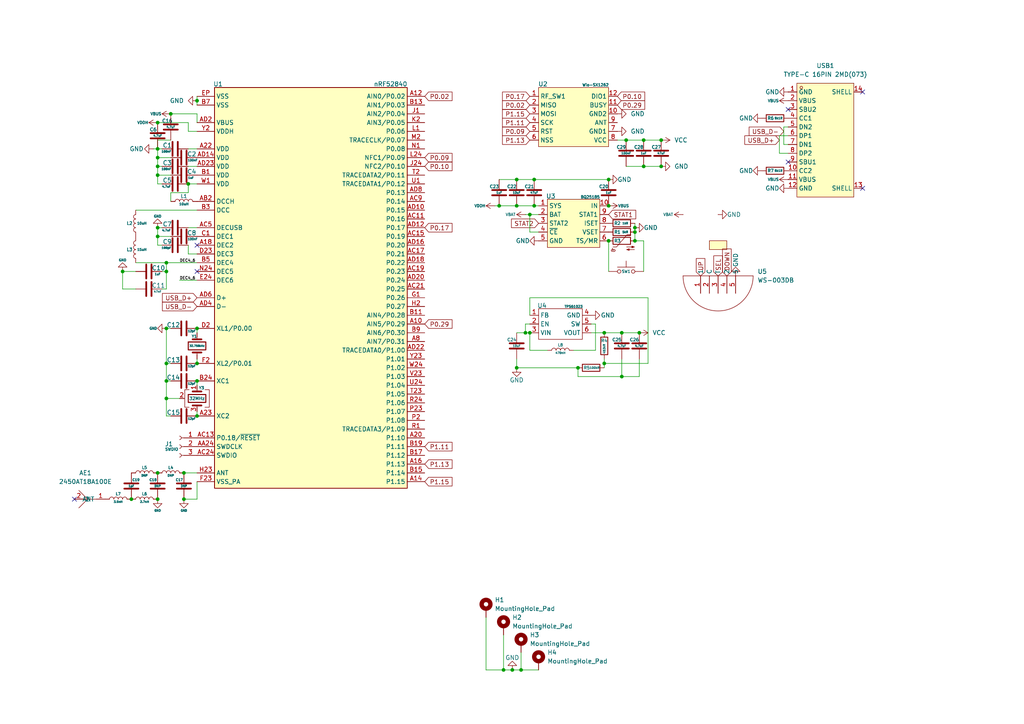
<source format=kicad_sch>
(kicad_sch (version 20250114) (generator "eeschema") (generator_version "9.0")
  (paper "A4")
  (lib_symbols
    (symbol "1_Custom_IC:BQ25185"
      (property "Reference" "U" (at -7.112 7.874 0))
      (property "Value" "BQ25185" (at 4.826 7.62 0))
      (symbol "BQ25185_1_1"
        (pin power_out line (at -10.16 5.08 0) (length 2.54) (name "SYS") (number "1"))
        (pin power_in line (at -10.16 2.54 0) (length 2.54) (name "BAT") (number "2"))
        (pin output line (at -10.16 0 0) (length 2.54) (name "STAT2") (number "3"))
        (pin input line (at -10.16 -2.54 0) (length 2.54) (name "~{CE}") (number "4"))
        (pin power_in line (at -10.16 -5.08 0) (length 2.54) (name "GND") (number "5"))
        (pin power_in line (at 10.16 5.08 180) (length 2.54) (name "IN") (number "10"))
        (pin output line (at 10.16 2.54 180) (length 2.54) (name "STAT1") (number "9"))
        (pin bidirectional line (at 10.16 0 180) (length 2.54) (name "ISET") (number "8"))
        (pin bidirectional line (at 10.16 -2.54 180) (length 2.54) (name "VSET") (number "7"))
        (pin bidirectional line (at 10.16 -5.08 180) (length 2.54) (name "TS/MR") (number "6"))
      )
    )
    (symbol "1_Custom_IC:TPS61023"
      (property "Reference" "U" (at -5.842 5.334 0))
      (property "Value" "TPS61023" (at 3.048 5.08 0))
      (symbol "TPS61023_1_1"
        (pin input line (at -8.89 2.54 0) (length 2.54) (name "FB") (number "1"))
        (pin input line (at -8.89 0 0) (length 2.54) (name "EN") (number "2"))
        (pin power_in line (at -8.89 -2.54 0) (length 2.54) (name "VIN") (number "3"))
        (pin power_in line (at 8.89 2.54 180) (length 2.54) (name "GND") (number "4"))
        (pin power_in line (at 8.89 0 180) (length 2.54) (name "SW") (number "5"))
        (pin power_in line (at 8.89 -2.54 180) (length 2.54) (name "VOUT") (number "6"))
      )
    )
    (symbol "1_Custom_IC:nRF52840"
      (property "Reference" "U" (at 0 0 0))
      (property "Value" "nRF52840" (at 0 0 0))
      (symbol "nRF52840_1_1"
        (pin passive line (at -30.48 55.88 0) (length 5.08) (name "VSS") (number "EP"))
        (pin power_in line (at -30.48 53.34 0) (length 5.08) (name "VSS") (number "B7"))
        (pin power_in line (at -30.48 48.26 0) (length 5.08) (name "VBUS") (number "AD2"))
        (pin power_in line (at -30.48 45.72 0) (length 5.08) (name "VDDH") (number "Y2"))
        (pin passive line (at -30.48 40.64 0) (length 5.08) (name "VDD") (number "A22"))
        (pin passive line (at -30.48 38.1 0) (length 5.08) (name "VDD") (number "AD14"))
        (pin passive line (at -30.48 35.56 0) (length 5.08) (name "VDD") (number "AD23"))
        (pin power_in line (at -30.48 33.02 0) (length 5.08) (name "VDD") (number "B1"))
        (pin passive line (at -30.48 30.48 0) (length 5.08) (name "VDD") (number "W1"))
        (pin power_out line (at -30.48 25.4 0) (length 5.08) (name "DCCH") (number "AB2"))
        (pin power_out line (at -30.48 22.86 0) (length 5.08) (name "DCC") (number "B3"))
        (pin passive line (at -30.48 17.78 0) (length 5.08) (name "DECUSB") (number "AC5"))
        (pin passive line (at -30.48 15.24 0) (length 5.08) (name "DEC1") (number "C1"))
        (pin passive line (at -30.48 12.7 0) (length 5.08) (name "DEC2") (number "A18"))
        (pin passive line (at -30.48 10.16 0) (length 5.08) (name "DEC3") (number "D23"))
        (pin passive line (at -30.48 7.62 0) (length 5.08) (name "DEC4") (number "B5"))
        (pin passive line (at -30.48 5.08 0) (length 5.08) (name "DEC5") (number "N24"))
        (pin passive line (at -30.48 2.54 0) (length 5.08) (name "DEC6") (number "E24"))
        (pin bidirectional line (at -30.48 -2.54 0) (length 5.08) (name "D+") (number "AD6"))
        (pin bidirectional line (at -30.48 -5.08 0) (length 5.08) (name "D-") (number "AD4"))
        (pin bidirectional line (at -30.48 -11.43 0) (length 5.08) (name "XL1/P0.00") (number "D2"))
        (pin bidirectional line (at -30.48 -21.59 0) (length 5.08) (name "XL2/P0.01") (number "F2"))
        (pin input line (at -30.48 -26.67 0) (length 5.08) (name "XC1") (number "B24"))
        (pin input line (at -30.48 -36.83 0) (length 5.08) (name "XC2") (number "A23"))
        (pin bidirectional line (at -30.48 -43.18 0) (length 5.08) (name "P0.18/~{RESET}") (number "AC13"))
        (pin input line (at -30.48 -45.72 0) (length 5.08) (name "SWDCLK") (number "AA24"))
        (pin bidirectional line (at -30.48 -48.26 0) (length 5.08) (name "SWDIO") (number "AC24"))
        (pin passive line (at -30.48 -53.34 0) (length 5.08) (name "ANT") (number "H23"))
        (pin power_in line (at -30.48 -55.88 0) (length 5.08) (name "VSS_PA") (number "F23"))
        (pin bidirectional line (at 35.56 55.88 180) (length 5.08) (name "AIN0/P0.02") (number "A12"))
        (pin bidirectional line (at 35.56 53.34 180) (length 5.08) (name "AIN1/P0.03") (number "B13"))
        (pin bidirectional line (at 35.56 50.8 180) (length 5.08) (name "AIN2/P0.04") (number "J1"))
        (pin bidirectional line (at 35.56 48.26 180) (length 5.08) (name "AIN3/P0.05") (number "K2"))
        (pin bidirectional line (at 35.56 45.72 180) (length 5.08) (name "P0.06") (number "L1"))
        (pin bidirectional line (at 35.56 43.18 180) (length 5.08) (name "TRACECLK/P0.07") (number "M2"))
        (pin bidirectional line (at 35.56 40.64 180) (length 5.08) (name "P0.08") (number "N1"))
        (pin bidirectional line (at 35.56 38.1 180) (length 5.08) (name "NFC1/P0.09") (number "L24"))
        (pin bidirectional line (at 35.56 35.56 180) (length 5.08) (name "NFC2/P0.10") (number "J24"))
        (pin bidirectional line (at 35.56 33.02 180) (length 5.08) (name "TRACEDATA2/P0.11") (number "T2"))
        (pin bidirectional line (at 35.56 30.48 180) (length 5.08) (name "TRACEDATA1/P0.12") (number "U1"))
        (pin bidirectional line (at 35.56 27.94 180) (length 5.08) (name "P0.13") (number "AD8"))
        (pin bidirectional line (at 35.56 25.4 180) (length 5.08) (name "P0.14") (number "AC9"))
        (pin bidirectional line (at 35.56 22.86 180) (length 5.08) (name "P0.15") (number "AD10"))
        (pin bidirectional line (at 35.56 20.32 180) (length 5.08) (name "P0.16") (number "AC11"))
        (pin bidirectional line (at 35.56 17.78 180) (length 5.08) (name "P0.17") (number "AD12"))
        (pin bidirectional line (at 35.56 15.24 180) (length 5.08) (name "P0.19") (number "AC15"))
        (pin bidirectional line (at 35.56 12.7 180) (length 5.08) (name "P0.20") (number "AD16"))
        (pin bidirectional line (at 35.56 10.16 180) (length 5.08) (name "P0.21") (number "AC17"))
        (pin bidirectional line (at 35.56 7.62 180) (length 5.08) (name "P0.22") (number "AD18"))
        (pin bidirectional line (at 35.56 5.08 180) (length 5.08) (name "P0.23") (number "AC19"))
        (pin bidirectional line (at 35.56 2.54 180) (length 5.08) (name "P0.24") (number "AD20"))
        (pin bidirectional line (at 35.56 0 180) (length 5.08) (name "P0.25") (number "AC21"))
        (pin bidirectional line (at 35.56 -2.54 180) (length 5.08) (name "P0.26") (number "G1"))
        (pin bidirectional line (at 35.56 -5.08 180) (length 5.08) (name "P0.27") (number "H2"))
        (pin bidirectional line (at 35.56 -7.62 180) (length 5.08) (name "AIN4/P0.28") (number "B11"))
        (pin bidirectional line (at 35.56 -10.16 180) (length 5.08) (name "AIN5/P0.29") (number "A10"))
        (pin bidirectional line (at 35.56 -12.7 180) (length 5.08) (name "AIN6/P0.30") (number "B9"))
        (pin bidirectional line (at 35.56 -15.24 180) (length 5.08) (name "AIN7/P0.31") (number "A8"))
        (pin bidirectional line (at 35.56 -17.78 180) (length 5.08) (name "TRACEDATA0/P1.00") (number "AD22"))
        (pin bidirectional line (at 35.56 -20.32 180) (length 5.08) (name "P1.01") (number "Y23"))
        (pin bidirectional line (at 35.56 -22.86 180) (length 5.08) (name "P1.02") (number "W24"))
        (pin bidirectional line (at 35.56 -25.4 180) (length 5.08) (name "P1.03") (number "V23"))
        (pin bidirectional line (at 35.56 -27.94 180) (length 5.08) (name "P1.04") (number "U24"))
        (pin bidirectional line (at 35.56 -30.48 180) (length 5.08) (name "P1.05") (number "T23"))
        (pin bidirectional line (at 35.56 -33.02 180) (length 5.08) (name "P1.06") (number "R24"))
        (pin bidirectional line (at 35.56 -35.56 180) (length 5.08) (name "P1.07") (number "P23"))
        (pin bidirectional line (at 35.56 -38.1 180) (length 5.08) (name "P1.08") (number "P2"))
        (pin bidirectional line (at 35.56 -40.64 180) (length 5.08) (name "TRACEDATA3/P1.09") (number "R1"))
        (pin bidirectional line (at 35.56 -43.18 180) (length 5.08) (name "P1.10") (number "A20"))
        (pin bidirectional line (at 35.56 -45.72 180) (length 5.08) (name "P1.11") (number "B19"))
        (pin bidirectional line (at 35.56 -48.26 180) (length 5.08) (name "P1.12") (number "B17"))
        (pin bidirectional line (at 35.56 -50.8 180) (length 5.08) (name "P1.13") (number "A16"))
        (pin bidirectional line (at 35.56 -53.34 180) (length 5.08) (name "P1.14") (number "B15"))
        (pin bidirectional line (at 35.56 -55.88 180) (length 5.08) (name "P1.15") (number "A14"))
      )
    )
    (symbol "2_Custom_Module:Wio_SX1262"
      (property "Reference" "U" (at -9.652 9.906 0))
      (property "Value" "Wio-SX1262" (at 6.35 9.652 0))
      (symbol "Wio_SX1262_1_0"
        (pin unspecified line (at -12.7 3.81 0) (length 2.5146) (name "MISO") (number "2"))
        (pin unspecified line (at -12.7 1.27 0) (length 2.5146) (name "MOSI") (number "3"))
        (pin unspecified line (at -12.7 -1.27 0) (length 2.5146) (name "SCK") (number "4"))
        (pin unspecified line (at -12.7 -3.81 0) (length 2.5146) (name "RST") (number "5"))
        (pin unspecified line (at -12.7 -6.35 0) (length 2.5146) (name "NSS") (number "6"))
        (pin unspecified line (at 12.7 6.35 180) (length 2.5146) (name "DIO1") (number "12"))
        (pin unspecified line (at 12.7 3.81 180) (length 2.5146) (name "BUSY") (number "11"))
        (pin unspecified line (at 12.7 1.27 180) (length 2.5146) (name "GND2") (number "10"))
        (pin unspecified line (at 12.7 -1.27 180) (length 2.5146) (name "ANT") (number "9"))
        (pin unspecified line (at 12.7 -3.81 180) (length 2.5146) (name "GND1") (number "7"))
        (pin unspecified line (at 12.7 -6.35 180) (length 2.5146) (name "VCC") (number "8"))
      )
      (symbol "Wio_SX1262_1_1"
        (pin unspecified line (at -12.7 6.35 0) (length 2.54) (name "RF_SW1") (number "1"))
      )
    )
    (symbol "3_Custom_Semiconductors:Cap" (pin_numbers (hide yes)) (pin_names (offset 0.254))
      (property "Reference" "C" (at 0 -2.032 0))
      (property "Value" "Cap" (at 0 0 0))
      (symbol "Cap_1_1"
        (pin passive line (at 0 3.81 270) (length 2.794) (name "~") (number "1"))
        (pin passive line (at 0 -3.81 90) (length 2.794) (name "~") (number "2"))
      )
    )
    (symbol "Connector:Conn_01x03_Socket" (pin_names (offset 1.016) (hide yes))
      (property "Reference" "J" (at 0 5.08 0))
      (property "Value" "Conn_01x03_Socket" (at 0 -5.08 0))
      (symbol "Conn_01x03_Socket_1_1"
        (pin passive line (at -5.08 2.54 0) (length 3.81) (name "Pin_1") (number "1"))
        (pin passive line (at -5.08 0 0) (length 3.81) (name "Pin_2") (number "2"))
        (pin passive line (at -5.08 -2.54 0) (length 3.81) (name "Pin_3") (number "3"))
      )
    )
    (symbol "Device:Crystal" (pin_numbers (hide yes)) (pin_names (offset 1.016) (hide yes))
      (property "Reference" "Y" (at 0 3.81 0))
      (property "Value" "Crystal" (at 0 -3.81 0))
      (symbol "Crystal_1_1"
        (pin passive line (at -3.81 0 0) (length 1.27) (name "1") (number "1"))
        (pin passive line (at 3.81 0 180) (length 1.27) (name "2") (number "2"))
      )
    )
    (symbol "Device:Crystal_GND24" (pin_names (offset 1.016) (hide yes))
      (property "Reference" "Y" (at 3.175 5.08 0))
      (property "Value" "Crystal_GND24" (at 3.175 3.175 0))
      (symbol "Crystal_GND24_1_1"
        (pin passive line (at -3.81 0 0) (length 1.27) (name "1") (number "1"))
        (pin passive line (at 0 -5.08 90) (length 1.27) (name "G") (number "2"))
        (pin passive line (at 0 -5.08 90) (length 1.27) (hide yes) (name "G") (number "4"))
        (pin passive line (at 3.81 0 180) (length 1.27) (name "3") (number "3"))
      )
    )
    (symbol "Device:L" (pin_numbers (hide yes)) (pin_names (offset 1.016) (hide yes))
      (property "Reference" "L" (at -1.27 0 90))
      (property "Value" "L" (at 1.905 0 90))
      (symbol "L_1_1"
        (pin passive line (at 0 3.81 270) (length 1.27) (name "1") (number "1"))
        (pin passive line (at 0 -3.81 90) (length 1.27) (name "2") (number "2"))
      )
    )
    (symbol "Device:R" (pin_numbers (hide yes)) (pin_names (offset 0))
      (property "Reference" "R" (at 2.032 0 90))
      (property "Value" "R" (at 0 0 90))
      (symbol "R_1_1"
        (pin passive line (at 0 3.81 270) (length 1.27) (name "~") (number "1"))
        (pin passive line (at 0 -3.81 90) (length 1.27) (name "~") (number "2"))
      )
    )
    (symbol "Device:Thermistor_NTC" (pin_numbers (hide yes)) (pin_names (offset 0))
      (property "Reference" "TH" (at -4.445 0 90))
      (property "Value" "Thermistor_NTC" (at 3.175 0 90))
      (symbol "Thermistor_NTC_1_1"
        (pin passive line (at 0 3.81 270) (length 1.27) (name "~") (number "1"))
        (pin passive line (at 0 -3.81 90) (length 1.27) (name "~") (number "2"))
      )
    )
    (symbol "LCSC:2450AT18A100E"
      (property "Reference" "AE" (at 0 8.89 0))
      (property "Value" "2450AT18A100E" (at 0 -10.16 0))
      (symbol "2450AT18A100E_0_1"
        (pin unspecified line (at 0 3.81 270) (length 2.54) (name "2") (number "2"))
        (pin unspecified line (at 0 -5.08 90) (length 2.54) (name "ANT") (number "1"))
      )
    )
    (symbol "LCSC:TYPE-C16PIN2MD(073)"
      (property "Reference" "USB" (at 0 19.05 0))
      (property "Value" "TYPE-C 16PIN 2MD(073)" (at 0 -19.05 0))
      (symbol "TYPE-C16PIN2MD(073)_0_1"
        (pin unspecified line (at -11.43 13.97 0) (length 2.54) (name "GND") (number "1"))
        (pin unspecified line (at -11.43 11.43 0) (length 2.54) (name "VBUS") (number "2"))
        (pin unspecified line (at -11.43 8.89 0) (length 2.54) (name "SBU2") (number "3"))
        (pin unspecified line (at -11.43 6.35 0) (length 2.54) (name "CC1") (number "4"))
        (pin unspecified line (at -11.43 3.81 0) (length 2.54) (name "DN2") (number "5"))
        (pin unspecified line (at -11.43 1.27 0) (length 2.54) (name "DP1") (number "6"))
        (pin unspecified line (at -11.43 -1.27 0) (length 2.54) (name "DN1") (number "7"))
        (pin unspecified line (at -11.43 -3.81 0) (length 2.54) (name "DP2") (number "8"))
        (pin unspecified line (at -11.43 -6.35 0) (length 2.54) (name "SBU1") (number "9"))
        (pin unspecified line (at -11.43 -8.89 0) (length 2.54) (name "CC2") (number "10"))
        (pin unspecified line (at -11.43 -11.43 0) (length 2.54) (name "VBUS") (number "11"))
        (pin unspecified line (at -11.43 -13.97 0) (length 2.54) (name "GND") (number "12"))
        (pin unspecified line (at 10.16 13.97 180) (length 2.54) (name "SHELL") (number "14"))
        (pin unspecified line (at 10.16 -13.97 180) (length 2.54) (name "SHELL") (number "13"))
      )
    )
    (symbol "LCSC:WS-003DB"
      (property "Reference" "U" (at 0 0 0))
      (property "Value" "WS-003DB" (at 0 -10.16 0))
      (symbol "WS-003DB_0_1"
        (pin unspecified line (at -5.08 -5.08 90) (length 5.08) (name "1") (number "1"))
        (pin unspecified line (at -2.54 -5.08 90) (length 5.08) (name "C") (number "2"))
        (pin unspecified line (at 0 -5.08 90) (length 5.08) (name "T") (number "3"))
        (pin unspecified line (at 2.54 -5.08 90) (length 5.08) (name "2") (number "4"))
        (pin unspecified line (at 5.08 -5.08 90) (length 5.08) (name "5") (number "5"))
      )
    )
    (symbol "Mechanical:MountingHole_Pad" (pin_numbers (hide yes)) (pin_names (offset 1.016) (hide yes)) (in_bom no)
      (property "Reference" "H" (at 0 6.35 0))
      (property "Value" "MountingHole_Pad" (at 0 4.445 0))
      (symbol "MountingHole_Pad_1_1"
        (pin input line (at 0 -2.54 90) (length 2.54) (name "1") (number "1"))
      )
    )
    (symbol "Switch:SW_Push" (pin_numbers (hide yes)) (pin_names (offset 1.016) (hide yes))
      (property "Reference" "SW" (at 1.27 2.54 0))
      (property "Value" "SW_Push" (at 0 -1.524 0))
      (symbol "SW_Push_0_1"
        (pin passive line (at -5.08 0 0) (length 2.54) (name "1") (number "1"))
        (pin passive line (at 5.08 0 180) (length 2.54) (name "2") (number "2"))
      )
    )
    (symbol "power:GND" (power) (pin_numbers (hide yes)) (pin_names (offset 0) (hide yes))
      (property "Value" "GND" (at 0 -3.81 0))
      (symbol "GND_1_1"
        (pin power_in line (at 0 0 270) (length 0) (name "~") (number "1"))
      )
    )
    (symbol "power:VCC" (power) (pin_numbers (hide yes)) (pin_names (offset 0) (hide yes))
      (property "Value" "VCC" (at 0 3.556 0))
      (symbol "VCC_1_1"
        (pin power_in line (at 0 0 90) (length 0) (name "~") (number "1"))
      )
    )
    (symbol "power:VDD" (power) (pin_numbers (hide yes)) (pin_names (offset 0) (hide yes))
      (property "Value" "VDD" (at 0 3.556 0))
      (symbol "VDD_1_1"
        (pin power_in line (at 0 0 90) (length 0) (name "~") (number "1"))
      )
    )
  )
  (junction (at 48.26 115.57))
  (junction (at 54.61 53.34))
  (junction (at 57.15 95.25))
  (junction (at 38.1 144.78))
  (junction (at 48.26 76.2))
  (junction (at 152.4 96.52))
  (junction (at 53.34 144.78))
  (junction (at 153.67 96.52))
  (junction (at 57.15 110.49))
  (junction (at 184.15 66.04))
  (junction (at 186.69 48.26))
  (junction (at 48.26 105.41))
  (junction (at 191.77 48.26))
  (junction (at 191.77 40.64))
  (junction (at 184.15 69.85))
  (junction (at 185.42 96.52))
  (junction (at 149.86 52.07))
  (junction (at 48.26 95.25))
  (junction (at 176.53 69.85))
  (junction (at 144.78 59.69))
  (junction (at 45.72 43.18))
  (junction (at 175.26 105.41))
  (junction (at 146.05 194.31))
  (junction (at 181.61 40.64))
  (junction (at 180.34 96.52))
  (junction (at 167.64 106.68))
  (junction (at 53.34 137.16))
  (junction (at 48.26 110.49))
  (junction (at 57.15 120.65))
  (junction (at 45.72 48.26))
  (junction (at 149.86 59.69))
  (junction (at 154.94 59.69))
  (junction (at 154.94 52.07))
  (junction (at 149.86 106.68))
  (junction (at 184.15 67.31))
  (junction (at 45.72 45.72))
  (junction (at 35.56 78.74))
  (junction (at 45.72 68.58))
  (junction (at 148.59 194.31))
  (junction (at 45.72 50.8))
  (junction (at 49.53 33.02))
  (junction (at 45.72 137.16))
  (junction (at 176.53 59.69))
  (junction (at 57.15 105.41))
  (junction (at 45.72 66.04))
  (junction (at 151.13 194.31))
  (junction (at 176.53 52.07))
  (junction (at 45.72 35.56))
  (junction (at 57.15 29.21))
  (junction (at 186.69 40.64))
  (junction (at 153.67 62.23))
  (junction (at 48.26 78.74))
  (junction (at 180.34 109.22))
  (junction (at 45.72 144.78))
  (junction (at 175.26 96.52))
  (no_connect (at 57.15 71.12))
  (no_connect (at 228.6 46.99))
  (no_connect (at 228.6 31.75))
  (no_connect (at 21.59 144.78))
  (no_connect (at 250.19 26.67))
  (no_connect (at 250.19 54.61))
  (no_connect (at 57.15 78.74))
  (wire (pts (xy 175.26 105.41) (xy 175.26 106.68)))
  (wire (pts (xy 48.26 105.41) (xy 49.53 105.41)))
  (wire (pts (xy 49.53 58.42) (xy 49.53 55.88)))
  (wire (pts (xy 54.61 43.18) (xy 57.15 43.18)))
  (wire (pts (xy 49.53 40.64) (xy 45.72 40.64)))
  (wire (pts (xy 172.72 93.98) (xy 171.45 93.98)))
  (wire (pts (xy 226.06 39.37) (xy 228.6 39.37)))
  (wire (pts (xy 54.61 66.04) (xy 57.15 66.04)))
  (wire (pts (xy 48.26 105.41) (xy 48.26 95.25)))
  (wire (pts (xy 48.26 110.49) (xy 48.26 105.41)))
  (wire (pts (xy 48.26 83.82) (xy 48.26 78.74)))
  (wire (pts (xy 184.15 64.77) (xy 184.15 66.04)))
  (wire (pts (xy 149.86 52.07) (xy 154.94 52.07)))
  (wire (pts (xy 226.06 44.45) (xy 226.06 39.37)))
  (wire (pts (xy 152.4 93.98) (xy 152.4 96.52)))
  (wire (pts (xy 153.67 86.36) (xy 187.96 86.36)))
  (wire (pts (xy 144.78 52.07) (xy 149.86 52.07)))
  (wire (pts (xy 53.34 137.16) (xy 57.15 137.16)))
  (wire (pts (xy 186.69 48.26) (xy 191.77 48.26)))
  (wire (pts (xy 45.72 50.8) (xy 49.53 50.8)))
  (wire (pts (xy 46.99 78.74) (xy 48.26 78.74)))
  (wire (pts (xy 45.72 53.34) (xy 45.72 50.8)))
  (wire (pts (xy 35.56 78.74) (xy 39.37 78.74)))
  (wire (pts (xy 153.67 101.6) (xy 158.75 101.6)))
  (wire (pts (xy 176.53 69.85) (xy 176.53 78.74)))
  (wire (pts (xy 48.26 115.57) (xy 48.26 110.49)))
  (wire (pts (xy 151.13 194.31) (xy 156.21 194.31)))
  (wire (pts (xy 57.15 95.25) (xy 57.15 96.52)))
  (wire (pts (xy 45.72 40.64) (xy 45.72 43.18)))
  (wire (pts (xy 49.53 33.02) (xy 57.15 33.02)))
  (wire (pts (xy 186.69 69.85) (xy 184.15 69.85)))
  (wire (pts (xy 45.72 66.04) (xy 46.99 66.04)))
  (wire (pts (xy 175.26 104.14) (xy 175.26 105.41)))
  (wire (pts (xy 48.26 110.49) (xy 49.53 110.49)))
  (wire (pts (xy 54.61 53.34) (xy 57.15 53.34)))
  (wire (pts (xy 48.26 120.65) (xy 48.26 115.57)))
  (wire (pts (xy 57.15 38.1) (xy 54.61 38.1)))
  (wire (pts (xy 48.26 115.57) (xy 52.07 115.57)))
  (wire (pts (xy 57.15 29.21) (xy 57.15 30.48)))
  (wire (pts (xy 57.15 73.66) (xy 54.61 73.66)))
  (wire (pts (xy 148.59 194.31) (xy 151.13 194.31)))
  (wire (pts (xy 39.37 60.96) (xy 57.15 60.96)))
  (wire (pts (xy 57.15 139.7) (xy 57.15 144.78)))
  (wire (pts (xy 149.86 96.52) (xy 152.4 96.52)))
  (wire (pts (xy 45.72 68.58) (xy 49.53 68.58)))
  (wire (pts (xy 184.15 67.31) (xy 184.15 69.85)))
  (wire (pts (xy 49.53 120.65) (xy 48.26 120.65)))
  (wire (pts (xy 57.15 110.49) (xy 57.15 111.76)))
  (wire (pts (xy 149.86 106.68) (xy 149.86 104.14)))
  (wire (pts (xy 186.69 78.74) (xy 186.69 69.85)))
  (wire (pts (xy 44.45 43.18) (xy 45.72 43.18)))
  (wire (pts (xy 45.72 43.18) (xy 45.72 45.72)))
  (wire (pts (xy 156.21 67.31) (xy 153.67 67.31)))
  (wire (pts (xy 151.13 189.23) (xy 151.13 194.31)))
  (wire (pts (xy 153.67 62.23) (xy 156.21 62.23)))
  (wire (pts (xy 186.69 40.64) (xy 191.77 40.64)))
  (wire (pts (xy 46.99 48.26) (xy 45.72 48.26)))
  (wire (pts (xy 180.34 96.52) (xy 185.42 96.52)))
  (wire (pts (xy 54.61 73.66) (xy 54.61 71.12)))
  (wire (pts (xy 54.61 55.88) (xy 54.61 53.34)))
  (wire (pts (xy 143.51 59.69) (xy 144.78 59.69)))
  (wire (pts (xy 57.15 27.94) (xy 57.15 29.21)))
  (wire (pts (xy 46.99 71.12) (xy 45.72 71.12)))
  (wire (pts (xy 171.45 96.52) (xy 175.26 96.52)))
  (wire (pts (xy 35.56 83.82) (xy 35.56 78.74)))
  (wire (pts (xy 152.4 62.23) (xy 153.67 62.23)))
  (wire (pts (xy 180.34 104.14) (xy 180.34 109.22)))
  (wire (pts (xy 45.72 68.58) (xy 45.72 66.04)))
  (wire (pts (xy 187.96 86.36) (xy 187.96 105.41)))
  (wire (pts (xy 54.61 35.56) (xy 45.72 35.56)))
  (wire (pts (xy 48.26 95.25) (xy 49.53 95.25)))
  (wire (pts (xy 140.97 179.07) (xy 140.97 194.31)))
  (wire (pts (xy 149.86 59.69) (xy 154.94 59.69)))
  (wire (pts (xy 48.26 76.2) (xy 57.15 76.2)))
  (wire (pts (xy 153.67 86.36) (xy 153.67 91.44)))
  (wire (pts (xy 184.15 66.04) (xy 184.15 67.31)))
  (wire (pts (xy 228.6 36.83) (xy 227.33 36.83)))
  (wire (pts (xy 181.61 48.26) (xy 186.69 48.26)))
  (wire (pts (xy 181.61 40.64) (xy 179.07 40.64)))
  (wire (pts (xy 166.37 101.6) (xy 172.72 101.6)))
  (wire (pts (xy 154.94 52.07) (xy 176.53 52.07)))
  (wire (pts (xy 45.72 50.8) (xy 45.72 48.26)))
  (wire (pts (xy 152.4 96.52) (xy 153.67 96.52)))
  (wire (pts (xy 57.15 35.56) (xy 57.15 33.02)))
  (wire (pts (xy 146.05 184.15) (xy 146.05 194.31)))
  (wire (pts (xy 45.72 43.18) (xy 46.99 43.18)))
  (wire (pts (xy 144.78 59.69) (xy 149.86 59.69)))
  (wire (pts (xy 153.67 96.52) (xy 153.67 101.6)))
  (wire (pts (xy 140.97 194.31) (xy 146.05 194.31)))
  (wire (pts (xy 57.15 144.78) (xy 53.34 144.78)))
  (wire (pts (xy 228.6 44.45) (xy 226.06 44.45)))
  (wire (pts (xy 57.15 104.14) (xy 57.15 105.41)))
  (wire (pts (xy 172.72 101.6) (xy 172.72 93.98)))
  (wire (pts (xy 146.05 194.31) (xy 148.59 194.31)))
  (wire (pts (xy 175.26 96.52) (xy 180.34 96.52)))
  (wire (pts (xy 52.07 81.28) (xy 57.15 81.28)))
  (wire (pts (xy 167.64 109.22) (xy 167.64 106.68)))
  (wire (pts (xy 46.99 83.82) (xy 48.26 83.82)))
  (wire (pts (xy 54.61 38.1) (xy 54.61 35.56)))
  (wire (pts (xy 181.61 40.64) (xy 186.69 40.64)))
  (wire (pts (xy 45.72 45.72) (xy 45.72 48.26)))
  (wire (pts (xy 54.61 48.26) (xy 57.15 48.26)))
  (wire (pts (xy 39.37 76.2) (xy 48.26 76.2)))
  (wire (pts (xy 187.96 105.41) (xy 175.26 105.41)))
  (wire (pts (xy 180.34 109.22) (xy 167.64 109.22)))
  (wire (pts (xy 227.33 36.83) (xy 227.33 41.91)))
  (wire (pts (xy 45.72 68.58) (xy 45.72 71.12)))
  (wire (pts (xy 153.67 67.31) (xy 153.67 62.23)))
  (wire (pts (xy 153.67 93.98) (xy 152.4 93.98)))
  (wire (pts (xy 45.72 45.72) (xy 49.53 45.72)))
  (wire (pts (xy 49.53 55.88) (xy 54.61 55.88)))
  (wire (pts (xy 185.42 109.22) (xy 180.34 109.22)))
  (wire (pts (xy 227.33 41.91) (xy 228.6 41.91)))
  (wire (pts (xy 154.94 59.69) (xy 156.21 59.69)))
  (wire (pts (xy 48.26 78.74) (xy 48.26 76.2)))
  (wire (pts (xy 39.37 83.82) (xy 35.56 83.82)))
  (wire (pts (xy 149.86 106.68) (xy 167.64 106.68)))
  (wire (pts (xy 46.99 53.34) (xy 45.72 53.34)))
  (wire (pts (xy 185.42 104.14) (xy 185.42 109.22)))
  (wire (pts (xy 57.15 119.38) (xy 57.15 120.65)))
  (label "DEC4_6" (at 52.07 76.2 0) (effects (font (size 0.8 0.8))))
  (label "DEC4_6" (at 52.07 81.28 0) (effects (font (size 0.8 0.8))))
  (global_label "P0.29" (shape input) (at 179.07 30.48 0) (property "Intersheetrefs" "${INTERSHEET_REFS}" (effects (hide yes))))
  (global_label "USB_D+" (shape input) (at 57.15 86.36 180) (property "Intersheetrefs" "${INTERSHEET_REFS}" (effects (hide yes))))
  (global_label "P0.09" (shape input) (at 153.67 38.1 180) (property "Intersheetrefs" "${INTERSHEET_REFS}" (effects (hide yes))))
  (global_label "P0.17" (shape input) (at 123.19 66.04 0) (property "Intersheetrefs" "${INTERSHEET_REFS}" (effects (hide yes))))
  (global_label "P1.11" (shape input) (at 153.67 35.56 180) (property "Intersheetrefs" "${INTERSHEET_REFS}" (effects (hide yes))))
  (global_label "P0.09" (shape input) (at 123.19 45.72 0) (property "Intersheetrefs" "${INTERSHEET_REFS}" (effects (hide yes))))
  (global_label "USB_D+" (shape input) (at 226.06 40.64 180) (property "Intersheetrefs" "${INTERSHEET_REFS}" (effects (hide yes))))
  (global_label "P0.17" (shape input) (at 153.67 27.94 180) (property "Intersheetrefs" "${INTERSHEET_REFS}" (effects (hide yes))))
  (global_label "P1.15" (shape input) (at 123.19 139.7 0) (property "Intersheetrefs" "${INTERSHEET_REFS}" (effects (hide yes))))
  (global_label "STAT1" (shape input) (at 176.53 62.23 0) (property "Intersheetrefs" "${INTERSHEET_REFS}" (effects (hide yes))))
  (global_label "P1.13" (shape input) (at 153.67 40.64 180) (property "Intersheetrefs" "${INTERSHEET_REFS}" (effects (hide yes))))
  (global_label "P0.02" (shape input) (at 153.67 30.48 180) (property "Intersheetrefs" "${INTERSHEET_REFS}" (effects (hide yes))))
  (global_label "P0.29" (shape input) (at 123.19 93.98 0) (property "Intersheetrefs" "${INTERSHEET_REFS}" (effects (hide yes))))
  (global_label "USB_D-" (shape input) (at 227.33 38.1 180) (property "Intersheetrefs" "${INTERSHEET_REFS}" (effects (hide yes))))
  (global_label "STAT2" (shape input) (at 156.21 64.77 180) (property "Intersheetrefs" "${INTERSHEET_REFS}" (effects (hide yes))))
  (global_label "UP" (shape input) (at 203.2 80.01 90) (property "Intersheetrefs" "${INTERSHEET_REFS}" (effects (hide yes))))
  (global_label "P0.10" (shape input) (at 179.07 27.94 0) (property "Intersheetrefs" "${INTERSHEET_REFS}" (effects (hide yes))))
  (global_label "P1.15" (shape input) (at 153.67 33.02 180) (property "Intersheetrefs" "${INTERSHEET_REFS}" (effects (hide yes))))
  (global_label "P0.10" (shape input) (at 123.19 48.26 0) (property "Intersheetrefs" "${INTERSHEET_REFS}" (effects (hide yes))))
  (global_label "USB_D-" (shape input) (at 57.15 88.9 180) (property "Intersheetrefs" "${INTERSHEET_REFS}" (effects (hide yes))))
  (global_label "DOWN" (shape input) (at 210.82 80.01 90) (property "Intersheetrefs" "${INTERSHEET_REFS}" (effects (hide yes))))
  (global_label "P1.11" (shape input) (at 123.19 129.54 0) (property "Intersheetrefs" "${INTERSHEET_REFS}" (effects (hide yes))))
  (global_label "SEL" (shape input) (at 208.28 80.01 90) (property "Intersheetrefs" "${INTERSHEET_REFS}" (effects (hide yes))))
  (global_label "P0.02" (shape input) (at 123.19 27.94 0) (property "Intersheetrefs" "${INTERSHEET_REFS}" (effects (hide yes))))
  (global_label "P1.13" (shape input) (at 123.19 134.62 0) (property "Intersheetrefs" "${INTERSHEET_REFS}" (effects (hide yes))))
  (symbol (lib_id "Device:R") (at 175.26 100.33 0) (unit 1)
    (property "Reference" "R4" (at 175.26 98.806 0) (effects (font (size 0.9 0.9))))
    (property "Value" "453kR" (at 175.26 102.616 90) (effects (font (size 0.6 0.6)) (justify left)))
    (property "Description" "Resistor" (effects (hide yes)))
  )
  (symbol (lib_id "1_Custom_IC:BQ25185") (at 166.37 64.77 0) (unit 1)
    (property "Reference" "U3" (at 159.766 56.896 0))
    (property "Value" "BQ25185" (at 171.196 57.15 0) (effects (font (size 0.8 0.8))))
    (property "Footprint" "Package_DFN_QFN:Texas_DLH0010A_WSON-10-1EP_2.2x2mm_P0.4mm_EP0.9x1.5mm_ThermalVias" (effects (hide yes)))
    (property "Datasheet" "https://www.ti.com/lit/ds/symlink/bq25185.pdf?ts=1769917157800&ref_url=https%253A%252F%252Fwww.ti.com%252Fproduct%252FBQ25185" (effects (hide yes)))
  )
  (symbol (lib_id "power:GND") (at 53.34 144.78 0) (unit 1)
    (property "Reference" "#PWR012" (effects (hide yes)))
    (property "Value" "GND" (at 53.34 148.082 0) (effects (font (size 0.6 0.6))))
    (property "Description" "Power symbol creates a global label with name \"GND\" , ground" (effects (hide yes)))
  )
  (symbol (lib_id "Device:Thermistor_NTC") (at 180.34 69.85 90) (unit 1)
    (property "Reference" "R3" (at 179.07 69.85 90) (effects (font (size 0.9 0.9))))
    (property "Value" "Thermistor_NTC" (effects (hide yes)))
    (property "Description" "Temperature dependent resistor, negative temperature coefficient" (effects (hide yes)))
  )
  (symbol (lib_id "Mechanical:MountingHole_Pad") (at 151.13 186.69 0) (unit 1) (in_bom no)
    (property "Reference" "H3" (at 153.67 184.1499 0) (effects (justify left)))
    (property "Value" "MountingHole_Pad" (at 153.67 186.6899 0) (effects (justify left)))
    (property "Description" "Mounting Hole with connection" (effects (hide yes)))
  )
  (symbol (lib_id "power:VDD") (at 176.53 59.69 270) (mirror x) (unit 1)
    (property "Reference" "#PWR014" (effects (hide yes)))
    (property "Value" "VBUS" (at 180.848 59.69 90) (effects (font (size 0.8 0.8))))
    (property "Description" "Power symbol creates a global label with name \"VDD\"" (effects (hide yes)))
  )
  (symbol (lib_id "power:GND") (at 149.86 106.68 0) (unit 1)
    (property "Reference" "#PWR020" (effects (hide yes)))
    (property "Value" "GND" (at 149.86 110.236 0))
    (property "Description" "Power symbol creates a global label with name \"GND\" , ground" (effects (hide yes)))
  )
  (symbol (lib_id "power:GND") (at 179.07 33.02 90) (mirror x) (unit 1)
    (property "Reference" "#PWR02" (effects (hide yes)))
    (property "Value" "GND" (at 182.88 33.0199 90) (effects (justify right)))
    (property "Description" "Power symbol creates a global label with name \"GND\" , ground" (effects (hide yes)))
  )
  (symbol (lib_id "3_Custom_Semiconductors:Cap") (at 154.94 55.88 0) (unit 1)
    (property "Reference" "C21" (at 152.146 54.102 0) (effects (font (size 0.9 0.9)) (justify left)))
    (property "Value" "47uF" (at 154.94 55.88 0) (effects (font (size 0.6 0.6))))
    (property "Description" "Unpolarized capacitor" (effects (hide yes)))
  )
  (symbol (lib_id "power:GND") (at 191.77 48.26 90) (mirror x) (unit 1)
    (property "Reference" "#PWR023" (effects (hide yes)))
    (property "Value" "GND" (at 195.58 48.2599 90) (effects (justify right)))
    (property "Description" "Power symbol creates a global label with name \"GND\" , ground" (effects (hide yes)))
  )
  (symbol (lib_id "3_Custom_Semiconductors:Cap") (at 45.72 39.37 0) (unit 1)
    (property "Reference" "C6" (at 44.45 37.592 0) (effects (font (size 1 1))))
    (property "Value" "4.7uF" (at 45.72 39.37 0) (effects (font (size 0.6 0.6))))
    (property "Footprint" "Capacitor_SMD:C_0603_1608Metric" (effects (hide yes)))
    (property "Description" "Capacitor, X7S, ±10%" (effects (hide yes)))
  )
  (symbol (lib_id "Connector:Conn_01x03_Socket") (at 52.07 129.54 0) (mirror y) (unit 1)
    (property "Reference" "J1" (at 49.022 128.778 0))
    (property "Value" "SWDIO" (at 49.784 130.302 0) (effects (font (size 0.8 0.8))))
    (property "Description" "Generic connector, single row, 01x03, script generated" (effects (hide yes)))
  )
  (symbol (lib_id "3_Custom_Semiconductors:Cap") (at 43.18 83.82 270) (unit 1)
    (property "Reference" "C11" (at 45.974 82.804 90))
    (property "Value" "47nF" (at 45.72 84.582 90) (effects (font (size 0.6 0.6))))
    (property "Footprint" "Capacitor_SMD:C_0402_1005Metric" (effects (hide yes)))
    (property "Description" "Capacitor, X7R, ±10%" (effects (hide yes)))
  )
  (symbol (lib_id "3_Custom_Semiconductors:Cap") (at 176.53 55.88 0) (unit 1)
    (property "Reference" "C20" (at 173.736 54.102 0) (effects (font (size 0.9 0.9)) (justify left)))
    (property "Value" "1uF" (at 176.53 55.88 0) (effects (font (size 0.6 0.6))))
    (property "Description" "Unpolarized capacitor" (effects (hide yes)))
  )
  (symbol (lib_id "3_Custom_Semiconductors:Cap") (at 50.8 71.12 90) (mirror x) (unit 1)
    (property "Reference" "C9" (at 48.514 70.104 90))
    (property "Value" "100pF" (at 48.26 71.882 90) (effects (font (size 0.6 0.6))))
    (property "Footprint" "Capacitor_SMD:C_0402_1005Metric" (effects (hide yes)))
    (property "Description" "Capacitor, NP0, ±5%" (effects (hide yes)))
  )
  (symbol (lib_id "power:VDD") (at 198.12 62.23 90) (unit 1)
    (property "Reference" "#PWR024" (effects (hide yes)))
    (property "Value" "VBAT" (at 193.802 62.23 90) (effects (font (size 0.8 0.8))))
    (property "Description" "Power symbol creates a global label with name \"VDD\"" (effects (hide yes)))
  )
  (symbol (lib_id "Device:L") (at 41.91 144.78 90) (unit 1)
    (property "Reference" "L6" (at 41.91 143.256 90) (effects (font (size 0.8 0.8))))
    (property "Value" "2.7nH" (at 41.91 145.542 90) (effects (font (size 0.6 0.6))))
    (property "Footprint" "Inductor_SMD:L_0402_1005Metric" (effects (hide yes)))
    (property "Description" "High frequency chip inductor ±5%" (effects (hide yes)))
  )
  (symbol (lib_id "power:VDD") (at 49.53 33.02 90) (unit 1)
    (property "Reference" "#PWR011" (effects (hide yes)))
    (property "Value" "VBUS" (at 45.212 33.02 90) (effects (font (size 0.8 0.8))))
    (property "Description" "Power symbol creates a global label with name \"VDD\"" (effects (hide yes)))
  )
  (symbol (lib_id "3_Custom_Semiconductors:Cap") (at 191.77 44.45 0) (unit 1)
    (property "Reference" "C27" (at 188.976 42.672 0) (effects (font (size 0.9 0.9)) (justify left)))
    (property "Value" "47uF" (at 191.77 44.45 0) (effects (font (size 0.6 0.6))))
    (property "Description" "Unpolarized capacitor" (effects (hide yes)))
  )
  (symbol (lib_id "power:GND") (at 48.26 95.25 270) (unit 1)
    (property "Reference" "#PWR010" (effects (hide yes)))
    (property "Value" "GND" (at 44.45 95.25 90) (effects (font (size 0.7 0.7))))
    (property "Description" "Power symbol creates a global label with name \"GND\" , ground" (effects (hide yes)))
  )
  (symbol (lib_id "LCSC:TYPE-C16PIN2MD(073)") (at 240.03 40.64 0) (unit 1)
    (property "Reference" "USB1" (at 239.395 19.05 0))
    (property "Value" "TYPE-C 16PIN 2MD(073)" (at 239.395 21.59 0))
    (property "Footprint" "easyeda2kicad:USB-C-SMD_TYPE-C-6PIN-2MD-073" (effects (hide yes)))
    (property "LCSC Part" "C2765186" (effects (hide yes)))
  )
  (symbol (lib_id "Device:R") (at 180.34 67.31 90) (unit 1)
    (property "Reference" "R1" (at 179.07 67.31 90) (effects (font (size 0.9 0.9))))
    (property "Value" "5kR" (at 181.356 67.31 90) (effects (font (size 0.6 0.6))))
    (property "Description" "Resistor" (effects (hide yes)))
  )
  (symbol (lib_id "3_Custom_Semiconductors:Cap") (at 144.78 55.88 0) (unit 1)
    (property "Reference" "C23" (at 141.986 54.102 0) (effects (font (size 0.9 0.9)) (justify left)))
    (property "Value" "1uF" (at 144.78 55.88 0) (effects (font (size 0.6 0.6))))
    (property "Description" "Unpolarized capacitor" (effects (hide yes)))
  )
  (symbol (lib_id "3_Custom_Semiconductors:Cap") (at 181.61 44.45 0) (unit 1)
    (property "Reference" "C29" (at 178.816 42.672 0) (effects (font (size 0.9 0.9)) (justify left)))
    (property "Value" "100nF" (at 181.61 44.45 0) (effects (font (size 0.6 0.6))))
    (property "Description" "Unpolarized capacitor" (effects (hide yes)))
  )
  (symbol (lib_id "power:VDD") (at 228.6 52.07 90) (unit 1)
    (property "Reference" "#PWR029" (effects (hide yes)))
    (property "Value" "VBUS" (at 224.282 52.07 90) (effects (font (size 0.8 0.8))))
    (property "Description" "Power symbol creates a global label with name \"VDD\"" (effects (hide yes)))
  )
  (symbol (lib_id "3_Custom_Semiconductors:Cap") (at 43.18 78.74 270) (unit 1)
    (property "Reference" "C10" (at 45.974 77.724 90))
    (property "Value" "1uF" (at 45.72 79.502 90) (effects (font (size 0.6 0.6))))
    (property "Footprint" "Capacitor_SMD:C_0603_1608Metric" (effects (hide yes)))
    (property "Description" "Capacitor, X7R, ±10%" (effects (hide yes)))
  )
  (symbol (lib_id "power:GND") (at 148.59 194.31 180) (unit 1)
    (property "Reference" "#PWR01" (effects (hide yes)))
    (property "Value" "GND" (at 148.59 190.754 0))
    (property "Description" "Power symbol creates a global label with name \"GND\" , ground" (effects (hide yes)))
  )
  (symbol (lib_id "power:GND") (at 228.6 26.67 270) (unit 1)
    (property "Reference" "#PWR026" (effects (hide yes)))
    (property "Value" "GND" (at 226.06 26.67 90) (effects (justify right)))
    (property "Description" "Power symbol creates a global label with name \"GND\" , ground" (effects (hide yes)))
  )
  (symbol (lib_id "power:GND") (at 220.98 49.53 270) (unit 1)
    (property "Reference" "#PWR030" (effects (hide yes)))
    (property "Value" "GND" (at 218.44 49.53 90) (effects (justify right)))
    (property "Description" "Power symbol creates a global label with name \"GND\" , ground" (effects (hide yes)))
  )
  (symbol (lib_id "Device:R") (at 224.79 49.53 90) (unit 1)
    (property "Reference" "R7" (at 223.52 49.53 90) (effects (font (size 0.9 0.9))))
    (property "Value" "5k1R" (at 225.806 49.53 90) (effects (font (size 0.6 0.6))))
    (property "Description" "Resistor" (effects (hide yes)))
  )
  (symbol (lib_id "power:GND") (at 176.53 52.07 90) (mirror x) (unit 1)
    (property "Reference" "#PWR015" (effects (hide yes)))
    (property "Value" "GND" (at 179.07 52.07 90) (effects (justify right)))
    (property "Description" "Power symbol creates a global label with name \"GND\" , ground" (effects (hide yes)))
  )
  (symbol (lib_id "power:GND") (at 45.72 144.78 0) (unit 1)
    (property "Reference" "#PWR013" (effects (hide yes)))
    (property "Value" "GND" (at 45.72 148.082 0) (effects (font (size 0.6 0.6))))
    (property "Description" "Power symbol creates a global label with name \"GND\" , ground" (effects (hide yes)))
  )
  (symbol (lib_id "3_Custom_Semiconductors:Cap") (at 53.34 140.97 0) (unit 1)
    (property "Reference" "C17" (at 53.086 139.192 0) (effects (font (size 0.7 0.7)) (justify right)))
    (property "Value" "DNP" (at 53.34 140.97 0) (effects (font (size 0.6 0.6))))
    (property "Footprint" "Capacitor_SMD:C_0402_1005Metric" (effects (hide yes)))
    (property "Description" "Capacitor, NP0, ±5%" (effects (hide yes)))
  )
  (symbol (lib_id "3_Custom_Semiconductors:Cap") (at 186.69 44.45 0) (unit 1)
    (property "Reference" "C28" (at 183.896 42.672 0) (effects (font (size 0.9 0.9)) (justify left)))
    (property "Value" "1uF" (at 186.69 44.45 0) (effects (font (size 0.6 0.6))))
    (property "Description" "Unpolarized capacitor" (effects (hide yes)))
  )
  (symbol (lib_id "3_Custom_Semiconductors:Cap") (at 50.8 66.04 270) (unit 1)
    (property "Reference" "C7" (at 48.514 65.024 90))
    (property "Value" "4.7uF" (at 48.26 66.802 90) (effects (font (size 0.6 0.6))))
    (property "Footprint" "Capacitor_SMD:C_0402_1005Metric" (effects (hide yes)))
    (property "Description" "Capacitor, X7R, ±10%" (effects (hide yes)))
  )
  (symbol (lib_id "Device:L") (at 41.91 137.16 90) (unit 1)
    (property "Reference" "L5" (at 41.91 135.636 90) (effects (font (size 0.8 0.8))))
    (property "Value" "DNP" (at 41.91 137.922 90) (effects (font (size 0.6 0.6))))
    (property "Footprint" "Inductor_SMD:L_0402_1005Metric" (effects (hide yes)))
    (property "Description" "High frequency chip inductor ±5%" (effects (hide yes)))
  )
  (symbol (lib_id "3_Custom_Semiconductors:Cap") (at 53.34 68.58 270) (unit 1)
    (property "Reference" "C8" (at 55.626 67.564 90))
    (property "Value" "100nF" (at 55.88 69.342 90) (effects (font (size 0.6 0.6))))
    (property "Footprint" "Capacitor_SMD:C_0402_1005Metric" (effects (hide yes)))
    (property "Description" "Capacitor, X7R, ±10%" (effects (hide yes)))
  )
  (symbol (lib_id "Device:L") (at 49.53 137.16 90) (unit 1)
    (property "Reference" "L4" (at 49.53 135.636 90) (effects (font (size 0.8 0.8))))
    (property "Value" "DNP" (at 49.53 137.922 90) (effects (font (size 0.6 0.6))))
    (property "Footprint" "Inductor_SMD:L_0402_1005Metric" (effects (hide yes)))
    (property "Description" "High frequency chip inductor ±5%" (effects (hide yes)))
  )
  (symbol (lib_id "LCSC:2450AT18A100E") (at 25.4 144.78 90) (unit 1)
    (property "Reference" "AE1" (at 24.765 137.16 90))
    (property "Value" "2450AT18A100E" (at 24.765 139.7 90))
    (property "Footprint" "easyeda2kicad:ANT-SMD_L3.2-W1.6" (effects (hide yes)))
    (property "Datasheet" "https://lcsc.com/product-detail/RF-Antenna_JOHANSON_2450AT18A100E_2450AT18A100E_C89334.html" (effects (hide yes)))
    (property "LCSC Part" "C89334" (effects (hide yes)))
  )
  (symbol (lib_id "2_Custom_Module:Wio_SX1262") (at 166.37 34.29 0) (unit 1)
    (property "Reference" "U2" (at 157.48 24.384 0))
    (property "Value" "Wio-SX1262" (at 172.72 24.638 0) (effects (font (size 0.8 0.8))))
  )
  (symbol (lib_id "Device:R") (at 180.34 64.77 90) (unit 1)
    (property "Reference" "R2" (at 179.07 64.77 90) (effects (font (size 0.9 0.9))))
    (property "Value" "1kR" (at 181.356 64.77 90) (effects (font (size 0.6 0.6))))
    (property "Description" "Resistor" (effects (hide yes)))
  )
  (symbol (lib_id "Device:Crystal_GND24") (at 57.15 115.57 270) (unit 1)
    (property "Reference" "Y3" (at 57.658 112.522 90) (effects (font (size 0.8 0.8)) (justify left)))
    (property "Value" "32MHz" (at 57.15 115.57 90) (effects (font (size 0.9 0.9))))
    (property "Footprint" "Crystal:Crystal_SMD_2016-4Pin_2.0x1.6mm" (effects (hide yes)))
    (property "Description" "XTAL SMD 2016, 32 MHz, Cl=8 pF, Total Tol: ±40 ppm" (effects (hide yes)))
    (property private "KLC_S3.3" "The rectangle is not a symbol body but a graphical element" (effects (hide yes)))
    (property private "KLC_S4.1" "Some pins are on 50mil grid to make the symbol small" (effects (hide yes)))
  )
  (symbol (lib_id "1_Custom_IC:TPS61023") (at 162.56 93.98 0) (unit 1)
    (property "Reference" "U4" (at 157.226 88.646 0))
    (property "Value" "TPS61023" (at 166.37 88.9 0) (effects (font (size 0.7 0.7))))
    (property "Footprint" "Package_TO_SOT_SMD:SOT-563" (effects (hide yes)))
    (property "Datasheet" "https://www.ti.com/lit/ds/symlink/tps61023.pdf" (effects (hide yes)))
    (property "Description" "3.7-A Boost Converter with 0.5-V Ultra-low Input Voltage" (effects (hide yes)))
  )
  (symbol (lib_id "3_Custom_Semiconductors:Cap") (at 50.8 48.26 270) (unit 1)
    (property "Reference" "C3" (at 48.514 47.244 90))
    (property "Value" "100nF" (at 48.26 49.022 90) (effects (font (size 0.6 0.6))))
    (property "Footprint" "Capacitor_SMD:C_0402_1005Metric" (effects (hide yes)))
    (property "Description" "Capacitor, X7R, ±10%" (effects (hide yes)))
  )
  (symbol (lib_id "Switch:SW_Push") (at 181.61 78.74 0) (unit 1)
    (property "Reference" "SW1" (at 182.88 78.74 0) (effects (font (size 0.8 0.8)) (justify right)))
    (property "Value" "SW_Push" (effects (hide yes)))
    (property "Description" "Push button switch, generic, two pins" (effects (hide yes)))
  )
  (symbol (lib_id "Device:L") (at 162.56 101.6 90) (unit 1)
    (property "Reference" "L8" (at 162.56 100.076 90) (effects (font (size 0.8 0.8))))
    (property "Value" "470nH" (at 162.56 102.362 90) (effects (font (size 0.6 0.6))))
    (property "Footprint" "LCSC:IND-SMD_L2.0-W1.6_MHCHL201610A-1R0M-Q8A" (effects (hide yes)))
    (property "Description" "WIP201610P-R47ML" (effects (hide yes)))
  )
  (symbol (lib_id "3_Custom_Semiconductors:Cap") (at 180.34 100.33 0) (unit 1)
    (property "Reference" "C25" (at 177.546 98.552 0) (effects (font (size 0.9 0.9)) (justify left)))
    (property "Value" "4.7uF" (at 180.34 100.33 0) (effects (font (size 0.6 0.6))))
    (property "Description" "Unpolarized capacitor" (effects (hide yes)))
  )
  (symbol (lib_id "Device:L") (at 39.37 72.39 180) (unit 1)
    (property "Reference" "L3" (at 37.592 72.39 0) (effects (font (size 0.9 0.9))))
    (property "Value" "15uH" (at 41.148 72.39 0) (effects (font (size 0.7 0.7))))
    (property "Footprint" "Inductor_SMD:L_0402_1005Metric" (effects (hide yes)))
    (property "Description" "High frequency chip inductor ±10%" (effects (hide yes)))
  )
  (symbol (lib_id "3_Custom_Semiconductors:Cap") (at 149.86 100.33 0) (unit 1)
    (property "Reference" "C24" (at 147.066 98.552 0) (effects (font (size 0.9 0.9)) (justify left)))
    (property "Value" "10uF" (at 149.86 100.33 0) (effects (font (size 0.6 0.6))))
    (property "Description" "Unpolarized capacitor" (effects (hide yes)))
  )
  (symbol (lib_id "Device:L") (at 39.37 64.77 180) (unit 1)
    (property "Reference" "L2" (at 37.592 64.77 0) (effects (font (size 0.9 0.9))))
    (property "Value" "10uH" (at 41.148 64.77 0) (effects (font (size 0.7 0.7))))
    (property "Footprint" "Inductor_SMD:L_0603_1608Metric" (effects (hide yes)))
    (property "Description" "Chip inductor, IDC, min = 50 mA, ±20%" (effects (hide yes)))
  )
  (symbol (lib_id "3_Custom_Semiconductors:Cap") (at 185.42 100.33 0) (unit 1)
    (property "Reference" "C26" (at 182.626 98.552 0) (effects (font (size 0.9 0.9)) (justify left)))
    (property "Value" "4.7uF" (at 185.42 100.33 0) (effects (font (size 0.6 0.6))))
    (property "Description" "Unpolarized capacitor" (effects (hide yes)))
  )
  (symbol (lib_id "power:GND") (at 220.98 34.29 270) (unit 1)
    (property "Reference" "#PWR031" (effects (hide yes)))
    (property "Value" "GND" (at 218.44 34.29 90) (effects (justify right)))
    (property "Description" "Power symbol creates a global label with name \"GND\" , ground" (effects (hide yes)))
  )
  (symbol (lib_id "Device:R") (at 224.79 34.29 90) (unit 1)
    (property "Reference" "R6" (at 223.52 34.29 90) (effects (font (size 0.9 0.9))))
    (property "Value" "5k1R" (at 225.806 34.29 90) (effects (font (size 0.6 0.6))))
    (property "Description" "Resistor" (effects (hide yes)))
  )
  (symbol (lib_id "power:GND") (at 35.56 78.74 180) (unit 1)
    (property "Reference" "#PWR08" (effects (hide yes)))
    (property "Value" "GND" (at 35.56 75.438 0) (effects (font (size 0.7 0.7))))
    (property "Description" "Power symbol creates a global label with name \"GND\" , ground" (effects (hide yes)))
  )
  (symbol (lib_id "Device:Crystal") (at 57.15 100.33 270) (mirror x) (unit 1)
    (property "Reference" "Y1" (at 57.15 97.536 90) (effects (font (size 0.8 0.8)) (justify right)))
    (property "Value" "32.768kHz" (at 57.15 100.33 90) (effects (font (size 0.55 0.55))))
    (property "Footprint" "Crystal:Crystal_SMD_3215-2Pin_3.2x1.5mm" (effects (hide yes)))
    (property "Description" "XTAL SMD 3215, 32.768 kHz, Cl=9 pF, Total Tol: ±50 ppm" (effects (hide yes)))
  )
  (symbol (lib_id "Mechanical:MountingHole_Pad") (at 156.21 191.77 0) (unit 1) (in_bom no)
    (property "Reference" "H4" (at 158.75 189.2299 0) (effects (justify left)))
    (property "Value" "MountingHole_Pad" (at 158.75 191.7699 0) (effects (justify left)))
    (property "Description" "Mounting Hole with connection" (effects (hide yes)))
  )
  (symbol (lib_id "power:VDD") (at 228.6 29.21 90) (unit 1)
    (property "Reference" "#PWR028" (effects (hide yes)))
    (property "Value" "VBUS" (at 224.282 29.21 90) (effects (font (size 0.8 0.8))))
    (property "Description" "Power symbol creates a global label with name \"VDD\"" (effects (hide yes)))
  )
  (symbol (lib_id "power:VCC") (at 191.77 40.64 270) (mirror x) (unit 1)
    (property "Reference" "#PWR03" (effects (hide yes)))
    (property "Value" "VCC" (at 195.58 40.6399 90) (effects (justify left)))
    (property "Description" "Power symbol creates a global label with name \"VCC\"" (effects (hide yes)))
  )
  (symbol (lib_id "1_Custom_IC:nRF52840") (at 87.63 83.82 0) (unit 1)
    (property "Reference" "U1" (at 63.246 24.384 0))
    (property "Value" "nRF52840" (at 113.284 24.384 0))
    (property "Footprint" "Package_DFN_QFN:Nordic_AQFN-73-1EP_7x7mm_P0.5mm" (effects (hide yes)))
    (property "Description" "IC RF TXRX Bluetooth ISM IoT LoRa ZigBee 2400MHz~2483.5MHz AQFN-73-EP(7x7)" (effects (hide yes)))
  )
  (symbol (lib_id "3_Custom_Semiconductors:Cap") (at 53.34 105.41 90) (unit 1)
    (property "Reference" "C13" (at 50.292 104.394 90))
    (property "Value" "12pF" (at 55.626 106.172 90) (effects (font (size 0.6 0.6))))
    (property "Footprint" "Capacitor_SMD:C_0402_1005Metric" (effects (hide yes)))
    (property "Description" "Capacitor, NP0, ±2%" (effects (hide yes)))
  )
  (symbol (lib_id "3_Custom_Semiconductors:Cap") (at 53.34 110.49 90) (unit 1)
    (property "Reference" "C14" (at 50.292 109.474 90))
    (property "Value" "12pF" (at 55.626 111.252 90) (effects (font (size 0.6 0.6))))
    (property "Footprint" "Capacitor_SMD:C_0402_1005Metric" (effects (hide yes)))
    (property "Description" "Capacitor, NP0, ±2%" (effects (hide yes)))
  )
  (symbol (lib_id "3_Custom_Semiconductors:Cap") (at 45.72 140.97 0) (unit 1)
    (property "Reference" "C18" (at 45.466 139.192 0) (effects (font (size 0.7 0.7)) (justify right)))
    (property "Value" "DNP" (at 45.72 140.97 0) (effects (font (size 0.6 0.6))))
    (property "Footprint" "Capacitor_SMD:C_0402_1005Metric" (effects (hide yes)))
    (property "Description" "Capacitor, NP0, ±5%" (effects (hide yes)))
  )
  (symbol (lib_id "power:VCC") (at 185.42 96.52 270) (mirror x) (unit 1)
    (property "Reference" "#PWR022" (effects (hide yes)))
    (property "Value" "VCC" (at 189.23 96.5199 90) (effects (justify left)))
    (property "Description" "Power symbol creates a global label with name \"VCC\"" (effects (hide yes)))
  )
  (symbol (lib_id "power:GND") (at 57.15 29.21 270) (unit 1)
    (property "Reference" "#PWR09" (effects (hide yes)))
    (property "Value" "GND" (at 53.34 29.2099 90) (effects (justify right)))
    (property "Description" "Power symbol creates a global label with name \"GND\" , ground" (effects (hide yes)))
  )
  (symbol (lib_id "power:GND") (at 184.15 66.04 90) (mirror x) (unit 1)
    (property "Reference" "#PWR018" (effects (hide yes)))
    (property "Value" "GND" (at 186.69 66.04 90) (effects (justify right)))
    (property "Description" "Power symbol creates a global label with name \"GND\" , ground" (effects (hide yes)))
  )
  (symbol (lib_id "3_Custom_Semiconductors:Cap") (at 149.86 55.88 0) (unit 1)
    (property "Reference" "C22" (at 147.066 54.102 0) (effects (font (size 0.9 0.9)) (justify left)))
    (property "Value" "10uF" (at 149.86 55.88 0) (effects (font (size 0.6 0.6))))
    (property "Description" "Unpolarized capacitor" (effects (hide yes)))
  )
  (symbol (lib_id "power:GND") (at 228.6 54.61 270) (unit 1)
    (property "Reference" "#PWR027" (effects (hide yes)))
    (property "Value" "GND" (at 226.06 54.61 90) (effects (justify right)))
    (property "Description" "Power symbol creates a global label with name \"GND\" , ground" (effects (hide yes)))
  )
  (symbol (lib_id "power:GND") (at 208.28 62.23 90) (mirror x) (unit 1)
    (property "Reference" "#PWR025" (effects (hide yes)))
    (property "Value" "GND" (at 210.82 62.23 90) (effects (justify right)))
    (property "Description" "Power symbol creates a global label with name \"GND\" , ground" (effects (hide yes)))
  )
  (symbol (lib_id "power:GND") (at 179.07 38.1 90) (mirror x) (unit 1)
    (property "Reference" "#PWR04" (effects (hide yes)))
    (property "Value" "GND" (at 182.88 38.0999 90) (effects (justify right)))
    (property "Description" "Power symbol creates a global label with name \"GND\" , ground" (effects (hide yes)))
  )
  (symbol (lib_id "Device:L") (at 53.34 58.42 90) (unit 1)
    (property "Reference" "L1" (at 53.34 56.896 90) (effects (font (size 1 1))))
    (property "Value" "10uH" (at 53.34 59.182 90) (effects (font (size 0.7 0.7))))
    (property "Footprint" "Inductor_SMD:L_0603_1608Metric" (effects (hide yes)))
    (property "Description" "Chip inductor, IDC, min = 80 mA, ±20%" (effects (hide yes)))
  )
  (symbol (lib_id "power:GND") (at 45.72 66.04 180) (unit 1)
    (property "Reference" "#PWR07" (effects (hide yes)))
    (property "Value" "GND" (at 45.72 62.738 0) (effects (font (size 0.7 0.7))))
    (property "Description" "Power symbol creates a global label with name \"GND\" , ground" (effects (hide yes)))
  )
  (symbol (lib_id "3_Custom_Semiconductors:Cap") (at 53.34 45.72 270) (unit 1)
    (property "Reference" "C2" (at 55.626 44.704 90))
    (property "Value" "100nF" (at 55.88 46.482 90) (effects (font (size 0.6 0.6))))
    (property "Footprint" "Capacitor_SMD:C_0402_1005Metric" (effects (hide yes)))
    (property "Description" "Capacitor, X7R, ±10%" (effects (hide yes)))
  )
  (symbol (lib_id "3_Custom_Semiconductors:Cap") (at 49.53 36.83 0) (unit 1)
    (property "Reference" "C16" (at 48.514 35.052 0) (effects (font (size 1 1))))
    (property "Value" "4.7uF" (at 49.53 36.83 0) (effects (font (size 0.6 0.6))))
    (property "Footprint" "Capacitor_SMD:C_0603_1608Metric" (effects (hide yes)))
    (property "Description" "Capacitor, X7S, ±10%" (effects (hide yes)))
  )
  (symbol (lib_id "power:GND") (at 213.36 80.01 180) (unit 1)
    (property "Reference" "#PWR032" (effects (hide yes)))
    (property "Value" "GND" (at 213.36 77.47 90) (effects (justify right)))
    (property "Description" "Power symbol creates a global label with name \"GND\" , ground" (effects (hide yes)))
  )
  (symbol (lib_id "3_Custom_Semiconductors:Cap") (at 38.1 140.97 0) (mirror y) (unit 1)
    (property "Reference" "C19" (at 38.354 139.192 0) (effects (font (size 0.7 0.7)) (justify right)))
    (property "Value" "1pF" (at 38.1 140.97 0) (effects (font (size 0.6 0.6))))
    (property "Footprint" "Capacitor_SMD:C_0402_1005Metric" (effects (hide yes)))
    (property "Description" "Capacitor, NP0, ±5%" (effects (hide yes)))
  )
  (symbol (lib_id "power:GND") (at 171.45 91.44 90) (unit 1)
    (property "Reference" "#PWR021" (effects (hide yes)))
    (property "Value" "GND" (at 176.276 91.44 90))
    (property "Description" "Power symbol creates a global label with name \"GND\" , ground" (effects (hide yes)))
  )
  (symbol (lib_id "Device:L") (at 34.29 144.78 90) (unit 1)
    (property "Reference" "L7" (at 34.29 143.256 90) (effects (font (size 0.8 0.8))))
    (property "Value" "3.9nH" (at 34.29 145.542 90) (effects (font (size 0.6 0.6))))
    (property "Footprint" "Inductor_SMD:L_0402_1005Metric" (effects (hide yes)))
    (property "Description" "High frequency chip inductor ±5%" (effects (hide yes)))
  )
  (symbol (lib_id "Mechanical:MountingHole_Pad") (at 140.97 176.53 0) (unit 1) (in_bom no)
    (property "Reference" "H1" (at 143.51 173.9899 0) (effects (justify left)))
    (property "Value" "MountingHole_Pad" (at 143.51 176.5299 0) (effects (justify left)))
    (property "Description" "Mounting Hole with connection" (effects (hide yes)))
  )
  (symbol (lib_id "power:VDD") (at 152.4 62.23 90) (unit 1)
    (property "Reference" "#PWR017" (effects (hide yes)))
    (property "Value" "VBAT" (at 148.082 62.23 90) (effects (font (size 0.8 0.8))))
    (property "Description" "Power symbol creates a global label with name \"VDD\"" (effects (hide yes)))
  )
  (symbol (lib_id "Mechanical:MountingHole_Pad") (at 146.05 181.61 0) (unit 1) (in_bom no)
    (property "Reference" "H2" (at 148.59 179.0699 0) (effects (justify left)))
    (property "Value" "MountingHole_Pad" (at 148.59 181.6099 0) (effects (justify left)))
    (property "Description" "Mounting Hole with connection" (effects (hide yes)))
  )
  (symbol (lib_id "power:GND") (at 156.21 69.85 270) (unit 1)
    (property "Reference" "#PWR019" (effects (hide yes)))
    (property "Value" "GND" (at 153.67 69.85 90) (effects (justify right)))
    (property "Description" "Power symbol creates a global label with name \"GND\" , ground" (effects (hide yes)))
  )
  (symbol (lib_id "power:VDD") (at 143.51 59.69 90) (unit 1)
    (property "Reference" "#PWR016" (effects (hide yes)))
    (property "Value" "VDDH" (at 139.192 59.69 90) (effects (font (size 0.8 0.8))))
    (property "Description" "Power symbol creates a global label with name \"VDD\"" (effects (hide yes)))
  )
  (symbol (lib_id "power:GND") (at 44.45 43.18 270) (unit 1)
    (property "Reference" "#PWR05" (effects (hide yes)))
    (property "Value" "GND" (at 41.656 43.18 90) (effects (justify right)))
    (property "Description" "Power symbol creates a global label with name \"GND\" , ground" (effects (hide yes)))
  )
  (symbol (lib_id "3_Custom_Semiconductors:Cap") (at 50.8 43.18 270) (unit 1)
    (property "Reference" "C1" (at 48.514 42.164 90))
    (property "Value" "100nF" (at 48.26 43.942 90) (effects (font (size 0.6 0.6))))
    (property "Footprint" "Capacitor_SMD:C_0402_1005Metric" (effects (hide yes)))
    (property "Description" "Capacitor, X7R, ±10%" (effects (hide yes)))
  )
  (symbol (lib_id "3_Custom_Semiconductors:Cap") (at 53.34 95.25 90) (unit 1)
    (property "Reference" "C12" (at 50.292 94.234 90))
    (property "Value" "12pF" (at 55.626 96.012 90) (effects (font (size 0.6 0.6))))
    (property "Footprint" "Capacitor_SMD:C_0402_1005Metric" (effects (hide yes)))
    (property "Description" "Capacitor, NP0, ±2%" (effects (hide yes)))
  )
  (symbol (lib_id "3_Custom_Semiconductors:Cap") (at 53.34 50.8 270) (unit 1)
    (property "Reference" "C4" (at 55.626 49.784 90))
    (property "Value" "1uF" (at 55.372 51.562 90) (effects (font (size 0.6 0.6))))
    (property "Footprint" "Capacitor_SMD:C_0603_1608Metric" (effects (hide yes)))
    (property "Description" "Capacitor, X7R, ±10%" (effects (hide yes)))
  )
  (symbol (lib_id "3_Custom_Semiconductors:Cap") (at 53.34 120.65 90) (unit 1)
    (property "Reference" "C15" (at 50.292 119.634 90))
    (property "Value" "12pF" (at 55.626 121.412 90) (effects (font (size 0.6 0.6))))
    (property "Footprint" "Capacitor_SMD:C_0402_1005Metric" (effects (hide yes)))
    (property "Description" "Capacitor, NP0, ±2%" (effects (hide yes)))
  )
  (symbol (lib_id "power:VDD") (at 45.72 35.56 90) (unit 1)
    (property "Reference" "#PWR06" (effects (hide yes)))
    (property "Value" "VDDH" (at 41.402 35.56 90) (effects (font (size 0.8 0.8))))
    (property "Description" "Power symbol creates a global label with name \"VDD\"" (effects (hide yes)))
  )
  (symbol (lib_id "LCSC:WS-003DB") (at 208.28 80.01 0) (unit 1)
    (property "Reference" "U5" (at 219.71 78.7469 0) (effects (justify left)))
    (property "Value" "WS-003DB" (at 219.71 81.2869 0) (effects (justify left)))
    (property "Footprint" "easyeda2kicad:SW-SMD_WS-003DB" (effects (hide yes)))
    (property "LCSC Part" "C46598198" (effects (hide yes)))
  )
  (symbol (lib_id "Device:R") (at 171.45 106.68 90) (unit 1)
    (property "Reference" "R5" (at 170.18 106.68 90) (effects (font (size 0.9 0.9))))
    (property "Value" "100kR" (at 172.466 106.68 90) (effects (font (size 0.6 0.6))))
    (property "Description" "Resistor" (effects (hide yes)))
  )
  (symbol (lib_id "3_Custom_Semiconductors:Cap") (at 50.8 53.34 270) (unit 1)
    (property "Reference" "C5" (at 48.514 52.324 90))
    (property "Value" "4.7uF" (at 48.26 54.102 90) (effects (font (size 0.6 0.6))))
    (property "Footprint" "Capacitor_SMD:C_0603_1608Metric" (effects (hide yes)))
    (property "Description" "Capacitor, X7R, ±10%" (effects (hide yes)))
  )
)
</source>
